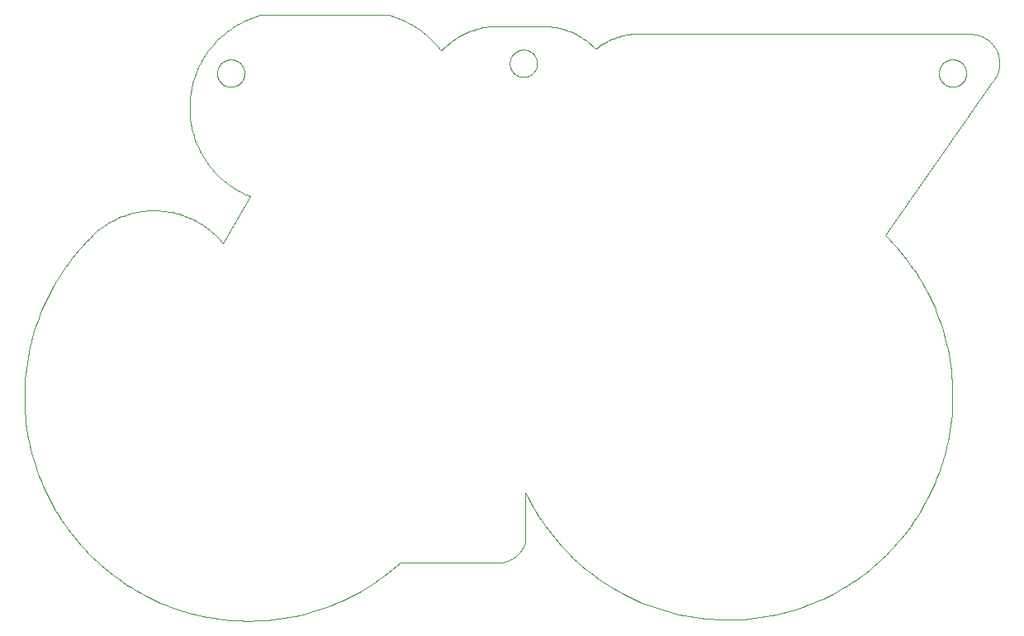
<source format=gko>
G75*
%MOIN*%
%OFA0B0*%
%FSLAX25Y25*%
%IPPOS*%
%LPD*%
%AMOC8*
5,1,8,0,0,1.08239X$1,22.5*
%
%ADD10C,0.00000*%
D10*
X0156181Y0027834D02*
X0154531Y0026366D01*
X0152845Y0024938D01*
X0151126Y0023551D01*
X0149372Y0022207D01*
X0147587Y0020906D01*
X0145771Y0019649D01*
X0143924Y0018436D01*
X0142049Y0017269D01*
X0140145Y0016148D01*
X0138215Y0015073D01*
X0136259Y0014046D01*
X0134279Y0013067D01*
X0132276Y0012136D01*
X0130250Y0011254D01*
X0128204Y0010422D01*
X0126138Y0009640D01*
X0124053Y0008909D01*
X0121952Y0008228D01*
X0119834Y0007599D01*
X0117702Y0007021D01*
X0115556Y0006496D01*
X0113398Y0006023D01*
X0111229Y0005603D01*
X0109051Y0005236D01*
X0106864Y0004921D01*
X0104671Y0004661D01*
X0102471Y0004453D01*
X0100268Y0004300D01*
X0098061Y0004200D01*
X0095852Y0004153D01*
X0093643Y0004161D01*
X0091435Y0004222D01*
X0089229Y0004338D01*
X0087026Y0004506D01*
X0084828Y0004729D01*
X0082637Y0005005D01*
X0080452Y0005334D01*
X0078276Y0005716D01*
X0076111Y0006151D01*
X0073956Y0006639D01*
X0071814Y0007179D01*
X0069686Y0007771D01*
X0067572Y0008415D01*
X0065475Y0009110D01*
X0063396Y0009855D01*
X0061335Y0010652D01*
X0059295Y0011498D01*
X0057275Y0012393D01*
X0055278Y0013338D01*
X0053305Y0014331D01*
X0051356Y0015371D01*
X0049434Y0016459D01*
X0047538Y0017593D01*
X0045671Y0018774D01*
X0043832Y0019999D01*
X0042025Y0021268D01*
X0040248Y0022582D01*
X0038504Y0023938D01*
X0036794Y0025336D01*
X0035118Y0026775D01*
X0033478Y0028255D01*
X0031874Y0029775D01*
X0030308Y0031332D01*
X0028780Y0032928D01*
X0027292Y0034560D01*
X0025844Y0036228D01*
X0024436Y0037931D01*
X0023071Y0039668D01*
X0021748Y0041437D01*
X0020469Y0043238D01*
X0019234Y0045070D01*
X0018044Y0046931D01*
X0016900Y0048821D01*
X0015802Y0050738D01*
X0014751Y0052681D01*
X0013747Y0054649D01*
X0012792Y0056641D01*
X0011886Y0058655D01*
X0011029Y0060691D01*
X0010222Y0062748D01*
X0009465Y0064823D01*
X0008759Y0066916D01*
X0008104Y0069026D01*
X0007501Y0071151D01*
X0006949Y0073290D01*
X0006450Y0075442D01*
X0006003Y0077606D01*
X0005610Y0079780D01*
X0005269Y0081962D01*
X0004981Y0084153D01*
X0004747Y0086349D01*
X0004567Y0088551D01*
X0004440Y0090756D01*
X0004367Y0092964D01*
X0004348Y0095173D01*
X0004382Y0097382D01*
X0004470Y0099589D01*
X0004612Y0101794D01*
X0004808Y0103994D01*
X0005057Y0106189D01*
X0005360Y0108378D01*
X0005715Y0110558D01*
X0006124Y0112729D01*
X0006585Y0114889D01*
X0007099Y0117038D01*
X0007665Y0119173D01*
X0008283Y0121294D01*
X0008953Y0123399D01*
X0009673Y0125488D01*
X0010444Y0127558D01*
X0011266Y0129608D01*
X0012136Y0131639D01*
X0013057Y0133647D01*
X0014025Y0135632D01*
X0015042Y0137593D01*
X0016106Y0139529D01*
X0017218Y0141439D01*
X0018375Y0143320D01*
X0019578Y0145173D01*
X0020825Y0146996D01*
X0022117Y0148789D01*
X0023451Y0150549D01*
X0024829Y0152276D01*
X0026248Y0153969D01*
X0027707Y0155627D01*
X0029207Y0157249D01*
X0030746Y0158834D01*
X0032323Y0160382D01*
X0033937Y0161890D01*
X0033936Y0161890D02*
X0034616Y0162431D01*
X0035309Y0162956D01*
X0036014Y0163463D01*
X0036731Y0163954D01*
X0037460Y0164427D01*
X0038200Y0164883D01*
X0038951Y0165320D01*
X0039712Y0165739D01*
X0040483Y0166140D01*
X0041263Y0166522D01*
X0042053Y0166884D01*
X0042851Y0167228D01*
X0043657Y0167552D01*
X0044471Y0167857D01*
X0045291Y0168142D01*
X0046119Y0168407D01*
X0046953Y0168652D01*
X0047792Y0168877D01*
X0048636Y0169081D01*
X0049486Y0169265D01*
X0050339Y0169429D01*
X0051196Y0169571D01*
X0052056Y0169693D01*
X0052919Y0169795D01*
X0053784Y0169875D01*
X0054651Y0169934D01*
X0055519Y0169972D01*
X0056388Y0169990D01*
X0057257Y0169986D01*
X0058126Y0169962D01*
X0058993Y0169916D01*
X0059860Y0169850D01*
X0060724Y0169762D01*
X0061586Y0169654D01*
X0062445Y0169525D01*
X0063301Y0169375D01*
X0064153Y0169204D01*
X0065001Y0169013D01*
X0065844Y0168802D01*
X0066681Y0168570D01*
X0067513Y0168318D01*
X0068338Y0168046D01*
X0069156Y0167754D01*
X0069968Y0167443D01*
X0070771Y0167112D01*
X0071566Y0166762D01*
X0072353Y0166392D01*
X0073130Y0166004D01*
X0073897Y0165597D01*
X0074655Y0165171D01*
X0075402Y0164728D01*
X0076138Y0164266D01*
X0076863Y0163787D01*
X0077576Y0163291D01*
X0078277Y0162777D01*
X0078965Y0162246D01*
X0079640Y0161700D01*
X0080302Y0161137D01*
X0080950Y0160558D01*
X0081584Y0159963D01*
X0082203Y0159354D01*
X0082808Y0158729D01*
X0083397Y0158091D01*
X0083970Y0157438D01*
X0084528Y0156772D01*
X0095551Y0175669D01*
X0094681Y0176021D01*
X0093819Y0176394D01*
X0092967Y0176788D01*
X0092125Y0177203D01*
X0091293Y0177638D01*
X0090472Y0178093D01*
X0089662Y0178568D01*
X0088864Y0179063D01*
X0088078Y0179577D01*
X0087305Y0180110D01*
X0086546Y0180661D01*
X0085800Y0181231D01*
X0085068Y0181819D01*
X0084350Y0182424D01*
X0083647Y0183047D01*
X0082960Y0183686D01*
X0082289Y0184342D01*
X0081634Y0185015D01*
X0080995Y0185703D01*
X0080373Y0186406D01*
X0079768Y0187124D01*
X0079182Y0187857D01*
X0078613Y0188604D01*
X0078062Y0189364D01*
X0077530Y0190138D01*
X0077018Y0190924D01*
X0076524Y0191723D01*
X0076050Y0192533D01*
X0075596Y0193355D01*
X0075162Y0194187D01*
X0074748Y0195030D01*
X0074355Y0195883D01*
X0073983Y0196745D01*
X0073632Y0197615D01*
X0073302Y0198494D01*
X0072994Y0199381D01*
X0072707Y0200275D01*
X0072443Y0201176D01*
X0072200Y0202083D01*
X0071979Y0202995D01*
X0071781Y0203913D01*
X0071605Y0204835D01*
X0071451Y0205761D01*
X0071320Y0206691D01*
X0071212Y0207623D01*
X0071127Y0208558D01*
X0071064Y0209495D01*
X0071024Y0210433D01*
X0071007Y0211372D01*
X0071012Y0212310D01*
X0071041Y0213249D01*
X0071092Y0214186D01*
X0071167Y0215122D01*
X0071263Y0216056D01*
X0071383Y0216987D01*
X0071525Y0217915D01*
X0071690Y0218839D01*
X0071877Y0219759D01*
X0072087Y0220674D01*
X0072319Y0221584D01*
X0072572Y0222488D01*
X0072848Y0223385D01*
X0073146Y0224276D01*
X0073465Y0225158D01*
X0073805Y0226033D01*
X0074167Y0226900D01*
X0074549Y0227757D01*
X0074953Y0228605D01*
X0075377Y0229442D01*
X0075821Y0230270D01*
X0076285Y0231086D01*
X0076769Y0231890D01*
X0077272Y0232683D01*
X0077794Y0233463D01*
X0078335Y0234230D01*
X0078895Y0234983D01*
X0079473Y0235723D01*
X0080069Y0236449D01*
X0080682Y0237160D01*
X0081312Y0237856D01*
X0081959Y0238536D01*
X0082623Y0239200D01*
X0083302Y0239848D01*
X0083997Y0240479D01*
X0084707Y0241093D01*
X0085432Y0241690D01*
X0086171Y0242269D01*
X0086924Y0242829D01*
X0087691Y0243371D01*
X0088470Y0243895D01*
X0089262Y0244399D01*
X0090066Y0244884D01*
X0090881Y0245349D01*
X0091708Y0245794D01*
X0092545Y0246219D01*
X0093392Y0246623D01*
X0094249Y0247007D01*
X0095115Y0247370D01*
X0095989Y0247711D01*
X0096872Y0248032D01*
X0097762Y0248330D01*
X0098659Y0248607D01*
X0099563Y0248862D01*
X0100472Y0249095D01*
X0100472Y0249094D02*
X0150669Y0249094D01*
X0192205Y0244370D02*
X0216220Y0244370D01*
X0200275Y0229409D02*
X0200277Y0229557D01*
X0200283Y0229705D01*
X0200293Y0229853D01*
X0200307Y0230000D01*
X0200325Y0230147D01*
X0200346Y0230293D01*
X0200372Y0230439D01*
X0200402Y0230584D01*
X0200435Y0230728D01*
X0200473Y0230871D01*
X0200514Y0231013D01*
X0200559Y0231154D01*
X0200607Y0231294D01*
X0200660Y0231433D01*
X0200716Y0231570D01*
X0200776Y0231705D01*
X0200839Y0231839D01*
X0200906Y0231971D01*
X0200977Y0232101D01*
X0201051Y0232229D01*
X0201128Y0232355D01*
X0201209Y0232479D01*
X0201293Y0232601D01*
X0201380Y0232720D01*
X0201471Y0232837D01*
X0201565Y0232952D01*
X0201661Y0233064D01*
X0201761Y0233174D01*
X0201863Y0233280D01*
X0201969Y0233384D01*
X0202077Y0233485D01*
X0202188Y0233583D01*
X0202301Y0233679D01*
X0202417Y0233771D01*
X0202535Y0233860D01*
X0202656Y0233945D01*
X0202779Y0234028D01*
X0202904Y0234107D01*
X0203031Y0234183D01*
X0203160Y0234255D01*
X0203291Y0234324D01*
X0203424Y0234389D01*
X0203559Y0234450D01*
X0203695Y0234508D01*
X0203832Y0234563D01*
X0203971Y0234613D01*
X0204112Y0234660D01*
X0204253Y0234703D01*
X0204396Y0234743D01*
X0204540Y0234778D01*
X0204684Y0234810D01*
X0204830Y0234837D01*
X0204976Y0234861D01*
X0205123Y0234881D01*
X0205270Y0234897D01*
X0205417Y0234909D01*
X0205565Y0234917D01*
X0205713Y0234921D01*
X0205861Y0234921D01*
X0206009Y0234917D01*
X0206157Y0234909D01*
X0206304Y0234897D01*
X0206451Y0234881D01*
X0206598Y0234861D01*
X0206744Y0234837D01*
X0206890Y0234810D01*
X0207034Y0234778D01*
X0207178Y0234743D01*
X0207321Y0234703D01*
X0207462Y0234660D01*
X0207603Y0234613D01*
X0207742Y0234563D01*
X0207879Y0234508D01*
X0208015Y0234450D01*
X0208150Y0234389D01*
X0208283Y0234324D01*
X0208414Y0234255D01*
X0208543Y0234183D01*
X0208670Y0234107D01*
X0208795Y0234028D01*
X0208918Y0233945D01*
X0209039Y0233860D01*
X0209157Y0233771D01*
X0209273Y0233679D01*
X0209386Y0233583D01*
X0209497Y0233485D01*
X0209605Y0233384D01*
X0209711Y0233280D01*
X0209813Y0233174D01*
X0209913Y0233064D01*
X0210009Y0232952D01*
X0210103Y0232837D01*
X0210194Y0232720D01*
X0210281Y0232601D01*
X0210365Y0232479D01*
X0210446Y0232355D01*
X0210523Y0232229D01*
X0210597Y0232101D01*
X0210668Y0231971D01*
X0210735Y0231839D01*
X0210798Y0231705D01*
X0210858Y0231570D01*
X0210914Y0231433D01*
X0210967Y0231294D01*
X0211015Y0231154D01*
X0211060Y0231013D01*
X0211101Y0230871D01*
X0211139Y0230728D01*
X0211172Y0230584D01*
X0211202Y0230439D01*
X0211228Y0230293D01*
X0211249Y0230147D01*
X0211267Y0230000D01*
X0211281Y0229853D01*
X0211291Y0229705D01*
X0211297Y0229557D01*
X0211299Y0229409D01*
X0211297Y0229261D01*
X0211291Y0229113D01*
X0211281Y0228965D01*
X0211267Y0228818D01*
X0211249Y0228671D01*
X0211228Y0228525D01*
X0211202Y0228379D01*
X0211172Y0228234D01*
X0211139Y0228090D01*
X0211101Y0227947D01*
X0211060Y0227805D01*
X0211015Y0227664D01*
X0210967Y0227524D01*
X0210914Y0227385D01*
X0210858Y0227248D01*
X0210798Y0227113D01*
X0210735Y0226979D01*
X0210668Y0226847D01*
X0210597Y0226717D01*
X0210523Y0226589D01*
X0210446Y0226463D01*
X0210365Y0226339D01*
X0210281Y0226217D01*
X0210194Y0226098D01*
X0210103Y0225981D01*
X0210009Y0225866D01*
X0209913Y0225754D01*
X0209813Y0225644D01*
X0209711Y0225538D01*
X0209605Y0225434D01*
X0209497Y0225333D01*
X0209386Y0225235D01*
X0209273Y0225139D01*
X0209157Y0225047D01*
X0209039Y0224958D01*
X0208918Y0224873D01*
X0208795Y0224790D01*
X0208670Y0224711D01*
X0208543Y0224635D01*
X0208414Y0224563D01*
X0208283Y0224494D01*
X0208150Y0224429D01*
X0208015Y0224368D01*
X0207879Y0224310D01*
X0207742Y0224255D01*
X0207603Y0224205D01*
X0207462Y0224158D01*
X0207321Y0224115D01*
X0207178Y0224075D01*
X0207034Y0224040D01*
X0206890Y0224008D01*
X0206744Y0223981D01*
X0206598Y0223957D01*
X0206451Y0223937D01*
X0206304Y0223921D01*
X0206157Y0223909D01*
X0206009Y0223901D01*
X0205861Y0223897D01*
X0205713Y0223897D01*
X0205565Y0223901D01*
X0205417Y0223909D01*
X0205270Y0223921D01*
X0205123Y0223937D01*
X0204976Y0223957D01*
X0204830Y0223981D01*
X0204684Y0224008D01*
X0204540Y0224040D01*
X0204396Y0224075D01*
X0204253Y0224115D01*
X0204112Y0224158D01*
X0203971Y0224205D01*
X0203832Y0224255D01*
X0203695Y0224310D01*
X0203559Y0224368D01*
X0203424Y0224429D01*
X0203291Y0224494D01*
X0203160Y0224563D01*
X0203031Y0224635D01*
X0202904Y0224711D01*
X0202779Y0224790D01*
X0202656Y0224873D01*
X0202535Y0224958D01*
X0202417Y0225047D01*
X0202301Y0225139D01*
X0202188Y0225235D01*
X0202077Y0225333D01*
X0201969Y0225434D01*
X0201863Y0225538D01*
X0201761Y0225644D01*
X0201661Y0225754D01*
X0201565Y0225866D01*
X0201471Y0225981D01*
X0201380Y0226098D01*
X0201293Y0226217D01*
X0201209Y0226339D01*
X0201128Y0226463D01*
X0201051Y0226589D01*
X0200977Y0226717D01*
X0200906Y0226847D01*
X0200839Y0226979D01*
X0200776Y0227113D01*
X0200716Y0227248D01*
X0200660Y0227385D01*
X0200607Y0227524D01*
X0200559Y0227664D01*
X0200514Y0227805D01*
X0200473Y0227947D01*
X0200435Y0228090D01*
X0200402Y0228234D01*
X0200372Y0228379D01*
X0200346Y0228525D01*
X0200325Y0228671D01*
X0200307Y0228818D01*
X0200293Y0228965D01*
X0200283Y0229113D01*
X0200277Y0229261D01*
X0200275Y0229409D01*
X0216220Y0244371D02*
X0216946Y0244287D01*
X0217671Y0244187D01*
X0218392Y0244069D01*
X0219111Y0243934D01*
X0219826Y0243781D01*
X0220537Y0243611D01*
X0221244Y0243424D01*
X0221946Y0243221D01*
X0222644Y0243000D01*
X0223335Y0242763D01*
X0224021Y0242509D01*
X0224700Y0242238D01*
X0225373Y0241952D01*
X0226039Y0241649D01*
X0226697Y0241330D01*
X0227347Y0240996D01*
X0227989Y0240646D01*
X0228622Y0240281D01*
X0229247Y0239900D01*
X0229862Y0239505D01*
X0230467Y0239095D01*
X0231063Y0238670D01*
X0231648Y0238231D01*
X0232222Y0237779D01*
X0232785Y0237312D01*
X0233337Y0236833D01*
X0233877Y0236340D01*
X0234405Y0235834D01*
X0234921Y0235315D01*
X0249094Y0241220D02*
X0386890Y0241220D01*
X0386890Y0241221D02*
X0387174Y0241201D01*
X0387459Y0241175D01*
X0387742Y0241142D01*
X0388024Y0241102D01*
X0388306Y0241055D01*
X0388586Y0241001D01*
X0388865Y0240940D01*
X0389142Y0240872D01*
X0389418Y0240798D01*
X0389691Y0240717D01*
X0389963Y0240630D01*
X0390232Y0240535D01*
X0390499Y0240435D01*
X0390764Y0240328D01*
X0391026Y0240214D01*
X0391285Y0240094D01*
X0391540Y0239968D01*
X0391793Y0239835D01*
X0392043Y0239697D01*
X0392289Y0239552D01*
X0392531Y0239401D01*
X0392770Y0239245D01*
X0393004Y0239083D01*
X0393235Y0238915D01*
X0393462Y0238741D01*
X0393684Y0238562D01*
X0393902Y0238378D01*
X0394115Y0238188D01*
X0394324Y0237993D01*
X0394527Y0237794D01*
X0394726Y0237589D01*
X0394920Y0237379D01*
X0395109Y0237165D01*
X0395292Y0236947D01*
X0395470Y0236724D01*
X0395642Y0236496D01*
X0395809Y0236265D01*
X0395970Y0236029D01*
X0396126Y0235790D01*
X0396275Y0235547D01*
X0396419Y0235300D01*
X0396556Y0235050D01*
X0396687Y0234797D01*
X0396812Y0234540D01*
X0396931Y0234281D01*
X0397044Y0234018D01*
X0397150Y0233753D01*
X0397249Y0233486D01*
X0397342Y0233216D01*
X0397428Y0232944D01*
X0397508Y0232670D01*
X0397581Y0232394D01*
X0397647Y0232117D01*
X0397707Y0231837D01*
X0397759Y0231557D01*
X0397805Y0231275D01*
X0397844Y0230993D01*
X0397876Y0230709D01*
X0397901Y0230425D01*
X0397919Y0230140D01*
X0397930Y0229855D01*
X0397934Y0229570D01*
X0397931Y0229284D01*
X0397921Y0228999D01*
X0397905Y0228714D01*
X0397881Y0228430D01*
X0397850Y0228146D01*
X0397813Y0227863D01*
X0397768Y0227581D01*
X0397717Y0227300D01*
X0397659Y0227021D01*
X0397594Y0226743D01*
X0397523Y0226467D01*
X0397444Y0226193D01*
X0397359Y0225920D01*
X0397267Y0225650D01*
X0397169Y0225382D01*
X0397065Y0225117D01*
X0396953Y0224854D01*
X0396836Y0224594D01*
X0396712Y0224337D01*
X0396582Y0224083D01*
X0396446Y0223832D01*
X0396303Y0223585D01*
X0396155Y0223341D01*
X0396001Y0223101D01*
X0395841Y0222864D01*
X0395675Y0222632D01*
X0395504Y0222404D01*
X0395327Y0222180D01*
X0395144Y0221960D01*
X0394957Y0221745D01*
X0394764Y0221535D01*
X0351850Y0159921D01*
X0351851Y0159921D02*
X0353411Y0158352D01*
X0354932Y0156746D01*
X0356413Y0155103D01*
X0357854Y0153424D01*
X0359253Y0151710D01*
X0360610Y0149963D01*
X0361924Y0148183D01*
X0363195Y0146372D01*
X0364420Y0144530D01*
X0365601Y0142659D01*
X0366735Y0140759D01*
X0367822Y0138833D01*
X0368863Y0136880D01*
X0369855Y0134903D01*
X0370799Y0132902D01*
X0371693Y0130879D01*
X0372538Y0128834D01*
X0373333Y0126770D01*
X0374077Y0124686D01*
X0374770Y0122585D01*
X0375412Y0120468D01*
X0376002Y0118336D01*
X0376539Y0116190D01*
X0377024Y0114031D01*
X0377456Y0111861D01*
X0377836Y0109682D01*
X0378161Y0107493D01*
X0378434Y0105298D01*
X0378652Y0103096D01*
X0378817Y0100890D01*
X0378928Y0098681D01*
X0378985Y0096469D01*
X0378988Y0094257D01*
X0378937Y0092045D01*
X0378832Y0089835D01*
X0378673Y0087628D01*
X0378460Y0085426D01*
X0378193Y0083230D01*
X0377873Y0081041D01*
X0377500Y0078860D01*
X0377074Y0076690D01*
X0376594Y0074530D01*
X0376063Y0072382D01*
X0375478Y0070249D01*
X0374842Y0068130D01*
X0374155Y0066027D01*
X0373416Y0063941D01*
X0372627Y0061875D01*
X0371787Y0059828D01*
X0370898Y0057802D01*
X0369960Y0055799D01*
X0368973Y0053819D01*
X0367937Y0051863D01*
X0366855Y0049934D01*
X0365726Y0048032D01*
X0364550Y0046157D01*
X0363330Y0044312D01*
X0362064Y0042498D01*
X0360755Y0040714D01*
X0359402Y0038964D01*
X0358007Y0037246D01*
X0356571Y0035564D01*
X0355094Y0033917D01*
X0353577Y0032306D01*
X0352022Y0030733D01*
X0350428Y0029198D01*
X0348798Y0027703D01*
X0347131Y0026248D01*
X0345430Y0024834D01*
X0343694Y0023462D01*
X0341926Y0022133D01*
X0340125Y0020847D01*
X0338294Y0019606D01*
X0336433Y0018409D01*
X0334543Y0017259D01*
X0332626Y0016155D01*
X0330683Y0015098D01*
X0328714Y0014089D01*
X0326721Y0013128D01*
X0324705Y0012216D01*
X0322668Y0011354D01*
X0320610Y0010541D01*
X0318533Y0009779D01*
X0316438Y0009068D01*
X0314327Y0008409D01*
X0312200Y0007801D01*
X0310058Y0007245D01*
X0307904Y0006741D01*
X0305738Y0006291D01*
X0303562Y0005893D01*
X0301376Y0005549D01*
X0299183Y0005258D01*
X0296984Y0005020D01*
X0294779Y0004837D01*
X0292570Y0004707D01*
X0290359Y0004631D01*
X0288147Y0004609D01*
X0285935Y0004641D01*
X0283724Y0004728D01*
X0281516Y0004868D01*
X0279313Y0005062D01*
X0277114Y0005309D01*
X0274922Y0005611D01*
X0272739Y0005965D01*
X0270564Y0006373D01*
X0268400Y0006834D01*
X0266248Y0007347D01*
X0264110Y0007913D01*
X0261985Y0008531D01*
X0259877Y0009201D01*
X0257785Y0009921D01*
X0255712Y0010693D01*
X0253658Y0011515D01*
X0251625Y0012387D01*
X0249613Y0013308D01*
X0247625Y0014278D01*
X0245661Y0015297D01*
X0243722Y0016363D01*
X0241810Y0017476D01*
X0239926Y0018635D01*
X0238071Y0019840D01*
X0236245Y0021090D01*
X0234451Y0022384D01*
X0232689Y0023721D01*
X0230959Y0025102D01*
X0229265Y0026523D01*
X0227605Y0027986D01*
X0225981Y0029489D01*
X0224395Y0031031D01*
X0222847Y0032612D01*
X0221338Y0034229D01*
X0219868Y0035883D01*
X0218440Y0037573D01*
X0217053Y0039296D01*
X0215709Y0041054D01*
X0214408Y0042843D01*
X0213151Y0044664D01*
X0211939Y0046514D01*
X0210772Y0048394D01*
X0209652Y0050302D01*
X0208578Y0052236D01*
X0207553Y0054196D01*
X0206575Y0056181D01*
X0206575Y0035906D01*
X0206575Y0035905D02*
X0206479Y0035626D01*
X0206376Y0035349D01*
X0206267Y0035075D01*
X0206150Y0034803D01*
X0206028Y0034535D01*
X0205898Y0034269D01*
X0205763Y0034007D01*
X0205620Y0033748D01*
X0205472Y0033492D01*
X0205317Y0033241D01*
X0205157Y0032993D01*
X0204990Y0032749D01*
X0204818Y0032509D01*
X0204639Y0032273D01*
X0204455Y0032042D01*
X0204266Y0031816D01*
X0204071Y0031594D01*
X0203871Y0031377D01*
X0203665Y0031165D01*
X0203454Y0030958D01*
X0203239Y0030756D01*
X0203018Y0030559D01*
X0202793Y0030368D01*
X0202563Y0030182D01*
X0202329Y0030003D01*
X0202090Y0029828D01*
X0201847Y0029660D01*
X0201601Y0029498D01*
X0201350Y0029341D01*
X0201096Y0029191D01*
X0200838Y0029047D01*
X0200576Y0028910D01*
X0200311Y0028779D01*
X0200044Y0028654D01*
X0199773Y0028536D01*
X0199499Y0028424D01*
X0199223Y0028320D01*
X0198945Y0028221D01*
X0198664Y0028130D01*
X0198380Y0028046D01*
X0198095Y0027968D01*
X0197809Y0027898D01*
X0197520Y0027834D01*
X0197520Y0027835D02*
X0156181Y0027835D01*
X0172519Y0234527D02*
X0171963Y0235265D01*
X0171389Y0235990D01*
X0170798Y0236700D01*
X0170190Y0237396D01*
X0169566Y0238078D01*
X0168925Y0238744D01*
X0168268Y0239394D01*
X0167596Y0240028D01*
X0166909Y0240646D01*
X0166207Y0241248D01*
X0165491Y0241832D01*
X0164761Y0242399D01*
X0164018Y0242948D01*
X0163261Y0243479D01*
X0162492Y0243991D01*
X0161711Y0244485D01*
X0160919Y0244960D01*
X0160115Y0245416D01*
X0159300Y0245852D01*
X0158475Y0246269D01*
X0157640Y0246666D01*
X0156796Y0247042D01*
X0155943Y0247398D01*
X0155082Y0247733D01*
X0154213Y0248048D01*
X0153337Y0248341D01*
X0152454Y0248614D01*
X0151564Y0248865D01*
X0150669Y0249094D01*
X0172520Y0234528D02*
X0173059Y0235084D01*
X0173611Y0235626D01*
X0174177Y0236156D01*
X0174755Y0236671D01*
X0175345Y0237173D01*
X0175947Y0237660D01*
X0176561Y0238133D01*
X0177185Y0238590D01*
X0177821Y0239033D01*
X0178467Y0239460D01*
X0179124Y0239871D01*
X0179790Y0240267D01*
X0180465Y0240646D01*
X0181149Y0241009D01*
X0181842Y0241355D01*
X0182543Y0241685D01*
X0183251Y0241998D01*
X0183967Y0242293D01*
X0184690Y0242571D01*
X0185419Y0242832D01*
X0186155Y0243075D01*
X0186896Y0243300D01*
X0187642Y0243508D01*
X0188393Y0243697D01*
X0189148Y0243868D01*
X0189908Y0244021D01*
X0190670Y0244156D01*
X0191436Y0244272D01*
X0192205Y0244370D01*
X0234922Y0235315D02*
X0235486Y0235739D01*
X0236060Y0236150D01*
X0236644Y0236546D01*
X0237237Y0236929D01*
X0237839Y0237298D01*
X0238450Y0237652D01*
X0239069Y0237992D01*
X0239695Y0238317D01*
X0240330Y0238626D01*
X0240971Y0238921D01*
X0241620Y0239200D01*
X0242274Y0239464D01*
X0242935Y0239712D01*
X0243602Y0239944D01*
X0244274Y0240161D01*
X0244951Y0240361D01*
X0245632Y0240545D01*
X0246318Y0240713D01*
X0247007Y0240865D01*
X0247700Y0241000D01*
X0248396Y0241118D01*
X0249095Y0241220D01*
X0373504Y0225472D02*
X0373506Y0225620D01*
X0373512Y0225768D01*
X0373522Y0225916D01*
X0373536Y0226063D01*
X0373554Y0226210D01*
X0373575Y0226356D01*
X0373601Y0226502D01*
X0373631Y0226647D01*
X0373664Y0226791D01*
X0373702Y0226934D01*
X0373743Y0227076D01*
X0373788Y0227217D01*
X0373836Y0227357D01*
X0373889Y0227496D01*
X0373945Y0227633D01*
X0374005Y0227768D01*
X0374068Y0227902D01*
X0374135Y0228034D01*
X0374206Y0228164D01*
X0374280Y0228292D01*
X0374357Y0228418D01*
X0374438Y0228542D01*
X0374522Y0228664D01*
X0374609Y0228783D01*
X0374700Y0228900D01*
X0374794Y0229015D01*
X0374890Y0229127D01*
X0374990Y0229237D01*
X0375092Y0229343D01*
X0375198Y0229447D01*
X0375306Y0229548D01*
X0375417Y0229646D01*
X0375530Y0229742D01*
X0375646Y0229834D01*
X0375764Y0229923D01*
X0375885Y0230008D01*
X0376008Y0230091D01*
X0376133Y0230170D01*
X0376260Y0230246D01*
X0376389Y0230318D01*
X0376520Y0230387D01*
X0376653Y0230452D01*
X0376788Y0230513D01*
X0376924Y0230571D01*
X0377061Y0230626D01*
X0377200Y0230676D01*
X0377341Y0230723D01*
X0377482Y0230766D01*
X0377625Y0230806D01*
X0377769Y0230841D01*
X0377913Y0230873D01*
X0378059Y0230900D01*
X0378205Y0230924D01*
X0378352Y0230944D01*
X0378499Y0230960D01*
X0378646Y0230972D01*
X0378794Y0230980D01*
X0378942Y0230984D01*
X0379090Y0230984D01*
X0379238Y0230980D01*
X0379386Y0230972D01*
X0379533Y0230960D01*
X0379680Y0230944D01*
X0379827Y0230924D01*
X0379973Y0230900D01*
X0380119Y0230873D01*
X0380263Y0230841D01*
X0380407Y0230806D01*
X0380550Y0230766D01*
X0380691Y0230723D01*
X0380832Y0230676D01*
X0380971Y0230626D01*
X0381108Y0230571D01*
X0381244Y0230513D01*
X0381379Y0230452D01*
X0381512Y0230387D01*
X0381643Y0230318D01*
X0381772Y0230246D01*
X0381899Y0230170D01*
X0382024Y0230091D01*
X0382147Y0230008D01*
X0382268Y0229923D01*
X0382386Y0229834D01*
X0382502Y0229742D01*
X0382615Y0229646D01*
X0382726Y0229548D01*
X0382834Y0229447D01*
X0382940Y0229343D01*
X0383042Y0229237D01*
X0383142Y0229127D01*
X0383238Y0229015D01*
X0383332Y0228900D01*
X0383423Y0228783D01*
X0383510Y0228664D01*
X0383594Y0228542D01*
X0383675Y0228418D01*
X0383752Y0228292D01*
X0383826Y0228164D01*
X0383897Y0228034D01*
X0383964Y0227902D01*
X0384027Y0227768D01*
X0384087Y0227633D01*
X0384143Y0227496D01*
X0384196Y0227357D01*
X0384244Y0227217D01*
X0384289Y0227076D01*
X0384330Y0226934D01*
X0384368Y0226791D01*
X0384401Y0226647D01*
X0384431Y0226502D01*
X0384457Y0226356D01*
X0384478Y0226210D01*
X0384496Y0226063D01*
X0384510Y0225916D01*
X0384520Y0225768D01*
X0384526Y0225620D01*
X0384528Y0225472D01*
X0384526Y0225324D01*
X0384520Y0225176D01*
X0384510Y0225028D01*
X0384496Y0224881D01*
X0384478Y0224734D01*
X0384457Y0224588D01*
X0384431Y0224442D01*
X0384401Y0224297D01*
X0384368Y0224153D01*
X0384330Y0224010D01*
X0384289Y0223868D01*
X0384244Y0223727D01*
X0384196Y0223587D01*
X0384143Y0223448D01*
X0384087Y0223311D01*
X0384027Y0223176D01*
X0383964Y0223042D01*
X0383897Y0222910D01*
X0383826Y0222780D01*
X0383752Y0222652D01*
X0383675Y0222526D01*
X0383594Y0222402D01*
X0383510Y0222280D01*
X0383423Y0222161D01*
X0383332Y0222044D01*
X0383238Y0221929D01*
X0383142Y0221817D01*
X0383042Y0221707D01*
X0382940Y0221601D01*
X0382834Y0221497D01*
X0382726Y0221396D01*
X0382615Y0221298D01*
X0382502Y0221202D01*
X0382386Y0221110D01*
X0382268Y0221021D01*
X0382147Y0220936D01*
X0382024Y0220853D01*
X0381899Y0220774D01*
X0381772Y0220698D01*
X0381643Y0220626D01*
X0381512Y0220557D01*
X0381379Y0220492D01*
X0381244Y0220431D01*
X0381108Y0220373D01*
X0380971Y0220318D01*
X0380832Y0220268D01*
X0380691Y0220221D01*
X0380550Y0220178D01*
X0380407Y0220138D01*
X0380263Y0220103D01*
X0380119Y0220071D01*
X0379973Y0220044D01*
X0379827Y0220020D01*
X0379680Y0220000D01*
X0379533Y0219984D01*
X0379386Y0219972D01*
X0379238Y0219964D01*
X0379090Y0219960D01*
X0378942Y0219960D01*
X0378794Y0219964D01*
X0378646Y0219972D01*
X0378499Y0219984D01*
X0378352Y0220000D01*
X0378205Y0220020D01*
X0378059Y0220044D01*
X0377913Y0220071D01*
X0377769Y0220103D01*
X0377625Y0220138D01*
X0377482Y0220178D01*
X0377341Y0220221D01*
X0377200Y0220268D01*
X0377061Y0220318D01*
X0376924Y0220373D01*
X0376788Y0220431D01*
X0376653Y0220492D01*
X0376520Y0220557D01*
X0376389Y0220626D01*
X0376260Y0220698D01*
X0376133Y0220774D01*
X0376008Y0220853D01*
X0375885Y0220936D01*
X0375764Y0221021D01*
X0375646Y0221110D01*
X0375530Y0221202D01*
X0375417Y0221298D01*
X0375306Y0221396D01*
X0375198Y0221497D01*
X0375092Y0221601D01*
X0374990Y0221707D01*
X0374890Y0221817D01*
X0374794Y0221929D01*
X0374700Y0222044D01*
X0374609Y0222161D01*
X0374522Y0222280D01*
X0374438Y0222402D01*
X0374357Y0222526D01*
X0374280Y0222652D01*
X0374206Y0222780D01*
X0374135Y0222910D01*
X0374068Y0223042D01*
X0374005Y0223176D01*
X0373945Y0223311D01*
X0373889Y0223448D01*
X0373836Y0223587D01*
X0373788Y0223727D01*
X0373743Y0223868D01*
X0373702Y0224010D01*
X0373664Y0224153D01*
X0373631Y0224297D01*
X0373601Y0224442D01*
X0373575Y0224588D01*
X0373554Y0224734D01*
X0373536Y0224881D01*
X0373522Y0225028D01*
X0373512Y0225176D01*
X0373506Y0225324D01*
X0373504Y0225472D01*
X0082165Y0225472D02*
X0082167Y0225620D01*
X0082173Y0225768D01*
X0082183Y0225916D01*
X0082197Y0226063D01*
X0082215Y0226210D01*
X0082236Y0226356D01*
X0082262Y0226502D01*
X0082292Y0226647D01*
X0082325Y0226791D01*
X0082363Y0226934D01*
X0082404Y0227076D01*
X0082449Y0227217D01*
X0082497Y0227357D01*
X0082550Y0227496D01*
X0082606Y0227633D01*
X0082666Y0227768D01*
X0082729Y0227902D01*
X0082796Y0228034D01*
X0082867Y0228164D01*
X0082941Y0228292D01*
X0083018Y0228418D01*
X0083099Y0228542D01*
X0083183Y0228664D01*
X0083270Y0228783D01*
X0083361Y0228900D01*
X0083455Y0229015D01*
X0083551Y0229127D01*
X0083651Y0229237D01*
X0083753Y0229343D01*
X0083859Y0229447D01*
X0083967Y0229548D01*
X0084078Y0229646D01*
X0084191Y0229742D01*
X0084307Y0229834D01*
X0084425Y0229923D01*
X0084546Y0230008D01*
X0084669Y0230091D01*
X0084794Y0230170D01*
X0084921Y0230246D01*
X0085050Y0230318D01*
X0085181Y0230387D01*
X0085314Y0230452D01*
X0085449Y0230513D01*
X0085585Y0230571D01*
X0085722Y0230626D01*
X0085861Y0230676D01*
X0086002Y0230723D01*
X0086143Y0230766D01*
X0086286Y0230806D01*
X0086430Y0230841D01*
X0086574Y0230873D01*
X0086720Y0230900D01*
X0086866Y0230924D01*
X0087013Y0230944D01*
X0087160Y0230960D01*
X0087307Y0230972D01*
X0087455Y0230980D01*
X0087603Y0230984D01*
X0087751Y0230984D01*
X0087899Y0230980D01*
X0088047Y0230972D01*
X0088194Y0230960D01*
X0088341Y0230944D01*
X0088488Y0230924D01*
X0088634Y0230900D01*
X0088780Y0230873D01*
X0088924Y0230841D01*
X0089068Y0230806D01*
X0089211Y0230766D01*
X0089352Y0230723D01*
X0089493Y0230676D01*
X0089632Y0230626D01*
X0089769Y0230571D01*
X0089905Y0230513D01*
X0090040Y0230452D01*
X0090173Y0230387D01*
X0090304Y0230318D01*
X0090433Y0230246D01*
X0090560Y0230170D01*
X0090685Y0230091D01*
X0090808Y0230008D01*
X0090929Y0229923D01*
X0091047Y0229834D01*
X0091163Y0229742D01*
X0091276Y0229646D01*
X0091387Y0229548D01*
X0091495Y0229447D01*
X0091601Y0229343D01*
X0091703Y0229237D01*
X0091803Y0229127D01*
X0091899Y0229015D01*
X0091993Y0228900D01*
X0092084Y0228783D01*
X0092171Y0228664D01*
X0092255Y0228542D01*
X0092336Y0228418D01*
X0092413Y0228292D01*
X0092487Y0228164D01*
X0092558Y0228034D01*
X0092625Y0227902D01*
X0092688Y0227768D01*
X0092748Y0227633D01*
X0092804Y0227496D01*
X0092857Y0227357D01*
X0092905Y0227217D01*
X0092950Y0227076D01*
X0092991Y0226934D01*
X0093029Y0226791D01*
X0093062Y0226647D01*
X0093092Y0226502D01*
X0093118Y0226356D01*
X0093139Y0226210D01*
X0093157Y0226063D01*
X0093171Y0225916D01*
X0093181Y0225768D01*
X0093187Y0225620D01*
X0093189Y0225472D01*
X0093187Y0225324D01*
X0093181Y0225176D01*
X0093171Y0225028D01*
X0093157Y0224881D01*
X0093139Y0224734D01*
X0093118Y0224588D01*
X0093092Y0224442D01*
X0093062Y0224297D01*
X0093029Y0224153D01*
X0092991Y0224010D01*
X0092950Y0223868D01*
X0092905Y0223727D01*
X0092857Y0223587D01*
X0092804Y0223448D01*
X0092748Y0223311D01*
X0092688Y0223176D01*
X0092625Y0223042D01*
X0092558Y0222910D01*
X0092487Y0222780D01*
X0092413Y0222652D01*
X0092336Y0222526D01*
X0092255Y0222402D01*
X0092171Y0222280D01*
X0092084Y0222161D01*
X0091993Y0222044D01*
X0091899Y0221929D01*
X0091803Y0221817D01*
X0091703Y0221707D01*
X0091601Y0221601D01*
X0091495Y0221497D01*
X0091387Y0221396D01*
X0091276Y0221298D01*
X0091163Y0221202D01*
X0091047Y0221110D01*
X0090929Y0221021D01*
X0090808Y0220936D01*
X0090685Y0220853D01*
X0090560Y0220774D01*
X0090433Y0220698D01*
X0090304Y0220626D01*
X0090173Y0220557D01*
X0090040Y0220492D01*
X0089905Y0220431D01*
X0089769Y0220373D01*
X0089632Y0220318D01*
X0089493Y0220268D01*
X0089352Y0220221D01*
X0089211Y0220178D01*
X0089068Y0220138D01*
X0088924Y0220103D01*
X0088780Y0220071D01*
X0088634Y0220044D01*
X0088488Y0220020D01*
X0088341Y0220000D01*
X0088194Y0219984D01*
X0088047Y0219972D01*
X0087899Y0219964D01*
X0087751Y0219960D01*
X0087603Y0219960D01*
X0087455Y0219964D01*
X0087307Y0219972D01*
X0087160Y0219984D01*
X0087013Y0220000D01*
X0086866Y0220020D01*
X0086720Y0220044D01*
X0086574Y0220071D01*
X0086430Y0220103D01*
X0086286Y0220138D01*
X0086143Y0220178D01*
X0086002Y0220221D01*
X0085861Y0220268D01*
X0085722Y0220318D01*
X0085585Y0220373D01*
X0085449Y0220431D01*
X0085314Y0220492D01*
X0085181Y0220557D01*
X0085050Y0220626D01*
X0084921Y0220698D01*
X0084794Y0220774D01*
X0084669Y0220853D01*
X0084546Y0220936D01*
X0084425Y0221021D01*
X0084307Y0221110D01*
X0084191Y0221202D01*
X0084078Y0221298D01*
X0083967Y0221396D01*
X0083859Y0221497D01*
X0083753Y0221601D01*
X0083651Y0221707D01*
X0083551Y0221817D01*
X0083455Y0221929D01*
X0083361Y0222044D01*
X0083270Y0222161D01*
X0083183Y0222280D01*
X0083099Y0222402D01*
X0083018Y0222526D01*
X0082941Y0222652D01*
X0082867Y0222780D01*
X0082796Y0222910D01*
X0082729Y0223042D01*
X0082666Y0223176D01*
X0082606Y0223311D01*
X0082550Y0223448D01*
X0082497Y0223587D01*
X0082449Y0223727D01*
X0082404Y0223868D01*
X0082363Y0224010D01*
X0082325Y0224153D01*
X0082292Y0224297D01*
X0082262Y0224442D01*
X0082236Y0224588D01*
X0082215Y0224734D01*
X0082197Y0224881D01*
X0082183Y0225028D01*
X0082173Y0225176D01*
X0082167Y0225324D01*
X0082165Y0225472D01*
M02*

</source>
